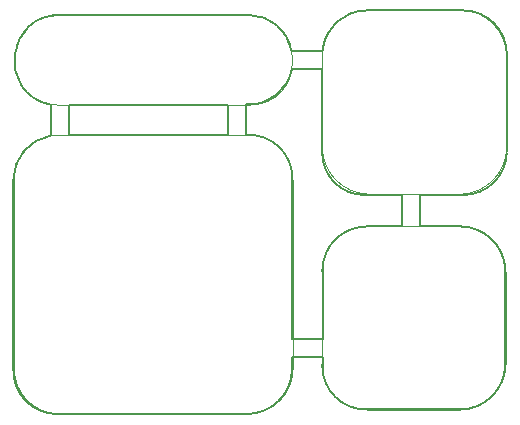
<source format=gko>
%TF.GenerationSoftware,KiCad,Pcbnew,4.0.5-e0-6337~49~ubuntu16.04.1*%
%TF.CreationDate,2017-02-14T03:32:35-08:00*%
%TF.ProjectId,LegoLED-Button-Battery,4C65676F4C45442D427574746F6E2D42,v1.4*%
%TF.FileFunction,Profile,NP*%
%FSLAX46Y46*%
G04 Gerber Fmt 4.6, Leading zero omitted, Abs format (unit mm)*
G04 Created by KiCad (PCBNEW 4.0.5-e0-6337~49~ubuntu16.04.1) date Tue Feb 14 03:32:35 2017*
%MOMM*%
%LPD*%
G01*
G04 APERTURE LIST*
%ADD10C,0.350000*%
%ADD11C,0.152400*%
%ADD12C,0.050000*%
%ADD13C,0.040640*%
G04 APERTURE END LIST*
D10*
D11*
X47345600Y-40330748D02*
G75*
G03X50899488Y-43764200I3553888J122548D01*
G01*
X47371000Y-57480200D02*
X47371000Y-58293000D01*
X47345946Y-58292647D02*
G75*
G03X51028600Y-61925200I3682654J50447D01*
G01*
X55600600Y-43764200D02*
X56616600Y-43764200D01*
X44780200Y-57480200D02*
X44780200Y-58496200D01*
X55600600Y-46405800D02*
X55600600Y-43764200D01*
X54076600Y-43764200D02*
X54076600Y-46405800D01*
X44805600Y-57480200D02*
X47345600Y-57480200D01*
X47320200Y-55956200D02*
X44780200Y-55956200D01*
X56616600Y-43764200D02*
X59283600Y-43764200D01*
X40868600Y-36144200D02*
X40868600Y-38684200D01*
X39344600Y-36144200D02*
X39344600Y-38684200D01*
X25882600Y-36144200D02*
X25882600Y-38684200D01*
X24358600Y-36144200D02*
X24358600Y-38684200D01*
X44780200Y-33096200D02*
X47345600Y-33096200D01*
X44780200Y-31572200D02*
X47345600Y-31572200D01*
X59283600Y-43766389D02*
G75*
G03X62966600Y-40208200I0J3685189D01*
G01*
X50901600Y-43764200D02*
X54076600Y-43764200D01*
X47345600Y-33096200D02*
X47345600Y-40208200D01*
X62966600Y-31826200D02*
X62966600Y-40081200D01*
X62966600Y-31826200D02*
G75*
G03X59283600Y-28143200I-3683000J0D01*
G01*
X51028600Y-28143200D02*
X59283600Y-28143200D01*
X51028600Y-28159791D02*
G75*
G03X47371000Y-31572200I0J-3666409D01*
G01*
X24367240Y-38736039D02*
G75*
G03X21183600Y-42494200I626360J-3758161D01*
G01*
X21183600Y-58496200D02*
X21183600Y-42494200D01*
X21187076Y-58463221D02*
G75*
G03X24866600Y-62306200I3679524J-159979D01*
G01*
X40868600Y-62306200D02*
X24866600Y-62306200D01*
X40851196Y-62304341D02*
G75*
G03X44780200Y-58496200I119004J3808141D01*
G01*
X58902600Y-61925200D02*
X51028600Y-61925200D01*
X58902600Y-61925200D02*
G75*
G03X62828002Y-58116948I115402J3808252D01*
G01*
X62839600Y-50114200D02*
X62839600Y-58242200D01*
X62839600Y-50109899D02*
G75*
G03X59031863Y-46431200I-3807737J-131301D01*
G01*
X55600600Y-46405800D02*
X59156600Y-46431200D01*
X51028600Y-46431200D02*
X54076600Y-46405800D01*
X51028600Y-46456247D02*
G75*
G03X47371000Y-50063400I0J-3657953D01*
G01*
X47371000Y-55956200D02*
X47371000Y-49961800D01*
X44805600Y-42367200D02*
X44780200Y-55956200D01*
X44813901Y-42341800D02*
G75*
G03X40868600Y-38684200I-3668090J0D01*
G01*
X39344600Y-38684200D02*
X25882600Y-38684200D01*
X25882600Y-36144200D02*
X39344600Y-36144200D01*
X25247600Y-28524200D02*
G75*
G03X24344911Y-36126455I-127347J-3839599D01*
G01*
X41122600Y-28524200D02*
X25247600Y-28524200D01*
X40877991Y-36103065D02*
G75*
G03X44780200Y-33096200I244609J3718065D01*
G01*
X44748247Y-31559764D02*
G75*
G03X41122600Y-28524200I-3625647J-647436D01*
G01*
D12*
X41065801Y-36168601D02*
X25065801Y-36168601D01*
X25065801Y-28568601D02*
X41065801Y-28568601D01*
X25065801Y-28568601D02*
G75*
G03X25065801Y-36168601I0J-3800000D01*
G01*
X41065801Y-36168601D02*
G75*
G03X41065801Y-28568601I0J3800000D01*
G01*
X62960225Y-31880728D02*
G75*
G03X59156600Y-28090700I-3999066J-209764D01*
G01*
X47356600Y-39890700D02*
X47356600Y-31890700D01*
X59156600Y-43690700D02*
X51156600Y-43690700D01*
X59156600Y-28090700D02*
X51156600Y-28090700D01*
X62956600Y-39890700D02*
X62956600Y-31890700D01*
X51146628Y-28087075D02*
G75*
G03X47356600Y-31890700I209764J-3999066D01*
G01*
X59166572Y-43694325D02*
G75*
G03X62956600Y-39890700I-209764J3999066D01*
G01*
X47352975Y-39900672D02*
G75*
G03X51156600Y-43690700I3999066J209764D01*
G01*
X41069800Y-38694200D02*
X25069800Y-38694200D01*
X44869800Y-58494200D02*
X44869800Y-42494200D01*
X21269800Y-58494200D02*
X21269800Y-42494200D01*
X41069800Y-62294200D02*
X25069800Y-62294200D01*
X41069800Y-62294200D02*
G75*
G03X44869800Y-58494200I0J3800000D01*
G01*
X44869800Y-42494200D02*
G75*
G03X41069800Y-38694200I-3800000J0D01*
G01*
X25069800Y-38694200D02*
G75*
G03X21269800Y-42494200I0J-3800000D01*
G01*
X21269800Y-58494200D02*
G75*
G03X25069800Y-62294200I3800000J0D01*
G01*
D13*
X58992600Y-46378200D02*
X51192600Y-46378200D01*
X58992600Y-61978200D02*
X51192600Y-61978200D01*
X62892600Y-58078200D02*
X62892600Y-50278200D01*
X47292600Y-58078200D02*
X47292600Y-50278200D01*
X62892600Y-50278200D02*
G75*
G03X58992600Y-46378200I-3900000J0D01*
G01*
X58992600Y-61978200D02*
G75*
G03X62892600Y-58078200I0J3900000D01*
G01*
X47292600Y-58078200D02*
G75*
G03X51192600Y-61978200I3900000J0D01*
G01*
X51192600Y-46378200D02*
G75*
G03X47292600Y-50278200I0J-3900000D01*
G01*
X47345600Y-33096200D02*
X44805600Y-33096200D01*
X47345600Y-31572200D02*
X44805600Y-31572200D01*
X55600600Y-43764200D02*
X55600600Y-46304200D01*
X54076600Y-43764200D02*
X54076600Y-46304200D01*
X44805600Y-55956200D02*
X47345600Y-55956200D01*
X44805600Y-57480200D02*
X47345600Y-57480200D01*
X39344600Y-38684200D02*
X39344600Y-36144200D01*
X40868600Y-38684200D02*
X40868600Y-36144200D01*
X24358600Y-38684200D02*
X24358600Y-36144200D01*
X25882600Y-38684200D02*
X25882600Y-36144200D01*
M02*

</source>
